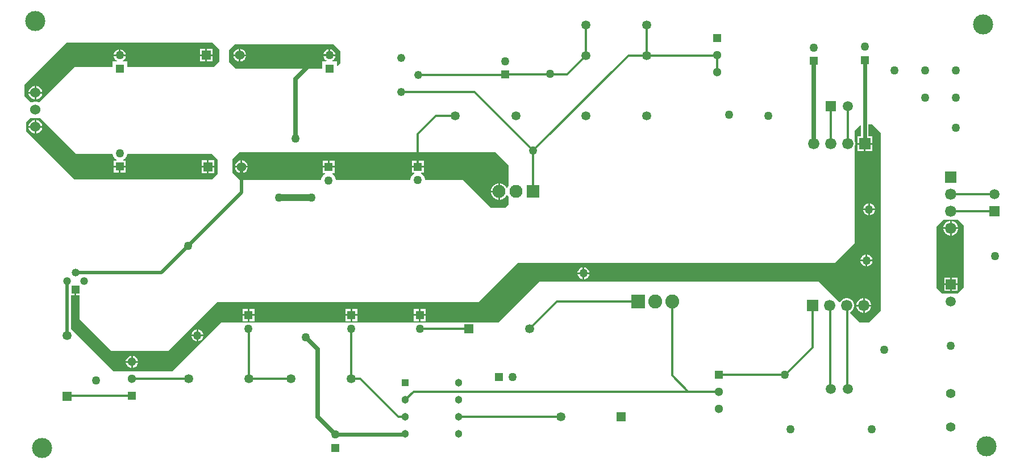
<source format=gbr>
%TF.GenerationSoftware,Altium Limited,Altium Designer,21.2.2 (38)*%
G04 Layer_Physical_Order=2*
G04 Layer_Color=16776960*
%FSLAX26Y26*%
%MOIN*%
%TF.SameCoordinates,77551777-079B-400F-9D4E-00EB0A9A3649*%
%TF.FilePolarity,Positive*%
%TF.FileFunction,Copper,L2,Bot,Signal*%
%TF.Part,Single*%
G01*
G75*
%TA.AperFunction,Conductor*%
%ADD11C,0.012000*%
%ADD12C,0.025000*%
%ADD13C,0.020000*%
%ADD14C,0.022000*%
%TA.AperFunction,ComponentPad*%
%ADD15R,0.050197X0.050197*%
%ADD16C,0.050197*%
%ADD17C,0.076181*%
%ADD18R,0.076181X0.076181*%
%ADD19R,0.051181X0.051181*%
%ADD20C,0.051181*%
%ADD21C,0.059055*%
%ADD22R,0.059055X0.059055*%
%ADD23R,0.055118X0.055118*%
%ADD24C,0.055118*%
%ADD25C,0.060000*%
%ADD26C,0.046535*%
%ADD27R,0.046535X0.046535*%
%ADD28C,0.053150*%
%ADD29R,0.053150X0.053150*%
%ADD30R,0.053150X0.053150*%
%ADD31R,0.050197X0.050197*%
%ADD32C,0.044606*%
%ADD33R,0.044606X0.044606*%
%ADD34C,0.066142*%
%ADD35R,0.066142X0.066142*%
%ADD36R,0.066142X0.066142*%
%ADD37R,0.059055X0.059055*%
%ADD38C,0.082087*%
%ADD39R,0.082087X0.082087*%
%ADD40C,0.048425*%
%TA.AperFunction,ViaPad*%
%ADD41C,0.050000*%
%ADD42C,0.118110*%
%TA.AperFunction,Conductor*%
%ADD43C,0.040000*%
G36*
X3970000Y4490000D02*
Y4420000D01*
X3952718Y4402718D01*
X3948098Y4404631D01*
Y4429358D01*
X3923463D01*
X3922124Y4434358D01*
X3926551Y4436914D01*
X3933086Y4443449D01*
X3937706Y4451453D01*
X3939997Y4460000D01*
X3905000D01*
X3870003D01*
X3872294Y4451453D01*
X3876914Y4443449D01*
X3883449Y4436914D01*
X3887876Y4434358D01*
X3886537Y4429358D01*
X3861902D01*
Y4386260D01*
X3353740D01*
X3315000Y4425000D01*
Y4495000D01*
X3350000Y4530000D01*
X3930000D01*
X3970000Y4490000D01*
D02*
G37*
G36*
X3260000Y4497891D02*
X3260000Y4430000D01*
X3225000Y4395000D01*
X2718098D01*
Y4428098D01*
X2693463D01*
X2692124Y4433098D01*
X2696551Y4435654D01*
X2703086Y4442189D01*
X2707706Y4450193D01*
X2709997Y4458740D01*
X2675000D01*
X2640003D01*
X2642294Y4450193D01*
X2646914Y4442189D01*
X2653449Y4435654D01*
X2657876Y4433098D01*
X2656537Y4428098D01*
X2631902D01*
Y4395000D01*
X2410000D01*
X2205000Y4190000D01*
X2197515D01*
X2186319Y4193000D01*
X2173681D01*
X2162485Y4190000D01*
X2150000D01*
X2115000Y4225000D01*
Y4290000D01*
X2362891Y4537891D01*
X3220000D01*
X3260000Y4497891D01*
D02*
G37*
G36*
X7140000Y4010000D02*
Y2965000D01*
X7070000Y2895000D01*
X7014434D01*
X6958814Y2950620D01*
Y2956128D01*
X6966446Y2960535D01*
X6974465Y2968554D01*
X6980136Y2978375D01*
X6983071Y2989330D01*
Y3000670D01*
X6980136Y3011625D01*
X6974465Y3021446D01*
X6966446Y3029465D01*
X6956625Y3035136D01*
X6945670Y3038071D01*
X6934330D01*
X6923375Y3035136D01*
X6913554Y3029465D01*
X6905535Y3021446D01*
X6901700Y3014805D01*
X6895508Y3013926D01*
X6774434Y3135000D01*
X5135000D01*
X4895000Y2895000D01*
X4759409D01*
Y2896575D01*
X4686260D01*
Y2895000D01*
X4439066D01*
X4438699Y2895098D01*
X4429457D01*
X4429090Y2895000D01*
X4037304D01*
X4036937Y2895098D01*
X4027696D01*
X4027328Y2895000D01*
X3434988D01*
X3434621Y2895098D01*
X3425379D01*
X3425012Y2895000D01*
X3270000D01*
X2985000Y2610000D01*
X2640000Y2610000D01*
X2390000Y2860000D01*
X2390000Y3056732D01*
X2410000D01*
Y3090000D01*
X2420000D01*
Y3056732D01*
X2440000D01*
X2440000Y2915000D01*
X2625000Y2730000D01*
X2960000D01*
X3245000Y3015000D01*
X4780000D01*
X5010000Y3245000D01*
X6870000D01*
X6985000Y3360000D01*
Y3928140D01*
X6985136Y3928375D01*
X6988071Y3939330D01*
Y3950670D01*
X6985136Y3961625D01*
X6985000Y3961860D01*
Y4020000D01*
X7018969Y4053969D01*
X7023589Y4052056D01*
Y3988071D01*
X7001929D01*
Y3950000D01*
X7045000D01*
X7088071D01*
Y3988071D01*
X7066411D01*
Y4060000D01*
X7090000D01*
X7140000Y4010000D01*
D02*
G37*
G36*
X2420000Y3885000D02*
X2631902D01*
Y3884326D01*
X2634839Y3873365D01*
X2640513Y3863537D01*
X2648537Y3855513D01*
X2655733Y3851358D01*
X2654393Y3846358D01*
X2639902D01*
Y3816260D01*
X2675000D01*
X2710098D01*
Y3846358D01*
X2695607D01*
X2694267Y3851358D01*
X2701463Y3855513D01*
X2709487Y3863537D01*
X2715161Y3873365D01*
X2718098Y3884326D01*
Y3885000D01*
X3215000Y3885000D01*
X3250000Y3850000D01*
X3250000Y3770000D01*
X3215000Y3735000D01*
X2410000Y3735000D01*
X2125000Y4020000D01*
Y4070000D01*
X2150000Y4095000D01*
X2210000D01*
X2420000Y3885000D01*
D02*
G37*
G36*
X4955000Y3820000D02*
Y3699239D01*
X4948268Y3687579D01*
X4944992Y3686956D01*
X4942706Y3687212D01*
X4938482Y3694528D01*
X4929528Y3703482D01*
X4918562Y3709813D01*
X4906331Y3713090D01*
X4905000D01*
Y3665000D01*
Y3616910D01*
X4906331D01*
X4918562Y3620187D01*
X4929528Y3626518D01*
X4938482Y3635472D01*
X4942706Y3642788D01*
X4944992Y3643044D01*
X4948268Y3642421D01*
X4955000Y3630761D01*
Y3590000D01*
X4935000Y3570000D01*
X4850000D01*
X4688813Y3731187D01*
X4465399D01*
Y3736861D01*
X4462462Y3747823D01*
X4456788Y3757650D01*
X4448763Y3765675D01*
X4441568Y3769829D01*
X4442908Y3774829D01*
X4457399D01*
Y3804927D01*
X4422301D01*
X4387202D01*
Y3774829D01*
X4401693D01*
X4403033Y3769829D01*
X4395837Y3765675D01*
X4387813Y3757650D01*
X4382139Y3747823D01*
X4379202Y3736861D01*
Y3731187D01*
X3943098D01*
Y3735674D01*
X3940161Y3746635D01*
X3934487Y3756463D01*
X3926463Y3764487D01*
X3919267Y3768642D01*
X3920607Y3773642D01*
X3935098D01*
Y3803740D01*
X3900000D01*
X3864902D01*
Y3773642D01*
X3879393D01*
X3880733Y3768642D01*
X3873537Y3764487D01*
X3865513Y3756463D01*
X3859839Y3746635D01*
X3856902Y3735674D01*
Y3731187D01*
X3378813D01*
X3335000Y3775000D01*
Y3855000D01*
X3375000Y3895000D01*
X4880000D01*
X4955000Y3820000D01*
D02*
G37*
G36*
X7625000Y3465000D02*
Y3100000D01*
X7590000Y3065000D01*
X7500000D01*
X7465000Y3100000D01*
Y3390000D01*
Y3460000D01*
X7505000Y3500000D01*
X7590000D01*
X7625000Y3465000D01*
D02*
G37*
%LPC*%
G36*
X3910000Y4499997D02*
Y4470000D01*
X3939997D01*
X3937706Y4478547D01*
X3933086Y4486551D01*
X3926551Y4493086D01*
X3918548Y4497707D01*
X3910000Y4499997D01*
D02*
G37*
G36*
X3383425Y4502544D02*
Y4470000D01*
X3415969D01*
X3413425Y4479497D01*
X3408480Y4488062D01*
X3401487Y4495055D01*
X3392922Y4499999D01*
X3383425Y4502544D01*
D02*
G37*
G36*
X3373425D02*
X3363928Y4499999D01*
X3355363Y4495055D01*
X3348370Y4488062D01*
X3343426Y4479497D01*
X3340881Y4470000D01*
X3373425D01*
Y4502544D01*
D02*
G37*
G36*
X3900000Y4499997D02*
X3891452Y4497707D01*
X3883449Y4493086D01*
X3876914Y4486551D01*
X3872294Y4478547D01*
X3870003Y4470000D01*
X3900000D01*
Y4499997D01*
D02*
G37*
G36*
X3415969Y4460000D02*
X3383425D01*
Y4427456D01*
X3392922Y4430001D01*
X3401487Y4434945D01*
X3408480Y4441938D01*
X3413425Y4450503D01*
X3415969Y4460000D01*
D02*
G37*
G36*
X3373425D02*
X3340881D01*
X3343426Y4450503D01*
X3348370Y4441938D01*
X3355363Y4434945D01*
X3363928Y4430001D01*
X3373425Y4427456D01*
Y4460000D01*
D02*
G37*
G36*
X3219134Y4502559D02*
X3186575D01*
Y4470000D01*
X3219134D01*
Y4502559D01*
D02*
G37*
G36*
X3176575D02*
X3144016D01*
Y4470000D01*
X3176575D01*
Y4502559D01*
D02*
G37*
G36*
X2680000Y4498737D02*
Y4468740D01*
X2709997D01*
X2707706Y4477288D01*
X2703086Y4485291D01*
X2696551Y4491826D01*
X2688548Y4496447D01*
X2680000Y4498737D01*
D02*
G37*
G36*
X2670000Y4498737D02*
X2661452Y4496447D01*
X2653449Y4491826D01*
X2646914Y4485291D01*
X2642294Y4477288D01*
X2640003Y4468740D01*
X2670000D01*
Y4498737D01*
D02*
G37*
G36*
X3219134Y4460000D02*
X3186575D01*
Y4427441D01*
X3219134D01*
Y4460000D01*
D02*
G37*
G36*
X3176575D02*
X3144016D01*
Y4427441D01*
X3176575D01*
Y4460000D01*
D02*
G37*
G36*
X2185266Y4285000D02*
X2185000D01*
Y4250000D01*
X2220000D01*
Y4250266D01*
X2217274Y4260439D01*
X2212008Y4269561D01*
X2204561Y4277008D01*
X2195439Y4282274D01*
X2185266Y4285000D01*
D02*
G37*
G36*
X2175000D02*
X2174734D01*
X2164561Y4282274D01*
X2155439Y4277008D01*
X2147992Y4269561D01*
X2142726Y4260439D01*
X2140000Y4250266D01*
Y4250000D01*
X2175000D01*
Y4285000D01*
D02*
G37*
G36*
X2220000Y4240000D02*
X2185000D01*
Y4205000D01*
X2185266D01*
X2195439Y4207726D01*
X2204561Y4212992D01*
X2212008Y4220439D01*
X2217274Y4229561D01*
X2220000Y4239734D01*
Y4240000D01*
D02*
G37*
G36*
X2175000D02*
X2140000D01*
Y4239734D01*
X2142726Y4229561D01*
X2147992Y4220439D01*
X2155439Y4212992D01*
X2164561Y4207726D01*
X2174734Y4205000D01*
X2175000D01*
Y4240000D01*
D02*
G37*
G36*
X7088071Y3940000D02*
X7050000D01*
Y3901929D01*
X7088071D01*
Y3940000D01*
D02*
G37*
G36*
X7040000D02*
X7001929D01*
Y3901929D01*
X7040000D01*
Y3940000D01*
D02*
G37*
G36*
X7075000Y3594895D02*
Y3565000D01*
X7104895D01*
X7102615Y3573510D01*
X7098007Y3581490D01*
X7091490Y3588007D01*
X7083510Y3592615D01*
X7075000Y3594895D01*
D02*
G37*
G36*
X7065000D02*
X7056490Y3592615D01*
X7048510Y3588007D01*
X7041993Y3581490D01*
X7037385Y3573510D01*
X7035105Y3565000D01*
X7065000D01*
Y3594895D01*
D02*
G37*
G36*
X7104895Y3555000D02*
X7075000D01*
Y3525105D01*
X7083510Y3527385D01*
X7091490Y3531993D01*
X7098007Y3538510D01*
X7102615Y3546490D01*
X7104895Y3555000D01*
D02*
G37*
G36*
X7065000D02*
X7035105D01*
X7037385Y3546490D01*
X7041993Y3538510D01*
X7048510Y3531993D01*
X7056490Y3527385D01*
X7065000Y3525105D01*
Y3555000D01*
D02*
G37*
G36*
X7060000Y3294895D02*
Y3265000D01*
X7089895D01*
X7087615Y3273510D01*
X7083007Y3281490D01*
X7076490Y3288007D01*
X7068510Y3292615D01*
X7060000Y3294895D01*
D02*
G37*
G36*
X7050000D02*
X7041490Y3292615D01*
X7033510Y3288007D01*
X7026993Y3281490D01*
X7022385Y3273510D01*
X7020105Y3265000D01*
X7050000D01*
Y3294895D01*
D02*
G37*
G36*
X7089895Y3255000D02*
X7060000D01*
Y3225105D01*
X7068510Y3227385D01*
X7076490Y3231993D01*
X7083007Y3238510D01*
X7087615Y3246490D01*
X7089895Y3255000D01*
D02*
G37*
G36*
X7050000D02*
X7020105D01*
X7022385Y3246490D01*
X7026993Y3238510D01*
X7033510Y3231993D01*
X7041490Y3227385D01*
X7050000Y3225105D01*
Y3255000D01*
D02*
G37*
G36*
X5400000Y3219895D02*
Y3190000D01*
X5429895D01*
X5427615Y3198510D01*
X5423007Y3206490D01*
X5416490Y3213007D01*
X5408510Y3217615D01*
X5400000Y3219895D01*
D02*
G37*
G36*
X5390000D02*
X5381490Y3217615D01*
X5373510Y3213007D01*
X5366993Y3206490D01*
X5362385Y3198510D01*
X5360105Y3190000D01*
X5390000D01*
Y3219895D01*
D02*
G37*
G36*
X5429895Y3180000D02*
X5400000D01*
Y3150105D01*
X5408510Y3152385D01*
X5416490Y3156993D01*
X5423007Y3163510D01*
X5427615Y3171490D01*
X5429895Y3180000D01*
D02*
G37*
G36*
X5390000D02*
X5360105D01*
X5362385Y3171490D01*
X5366993Y3163510D01*
X5373510Y3156993D01*
X5381490Y3152385D01*
X5390000Y3150105D01*
Y3180000D01*
D02*
G37*
G36*
X7045670Y3038071D02*
X7045000D01*
Y3000000D01*
X7083071D01*
Y3000670D01*
X7080136Y3011625D01*
X7074465Y3021446D01*
X7066446Y3029465D01*
X7056625Y3035136D01*
X7045670Y3038071D01*
D02*
G37*
G36*
X7035000D02*
X7034330D01*
X7023375Y3035136D01*
X7013554Y3029465D01*
X7005535Y3021446D01*
X6999864Y3011625D01*
X6996929Y3000670D01*
Y3000000D01*
X7035000D01*
Y3038071D01*
D02*
G37*
G36*
X7083071Y2990000D02*
X7045000D01*
Y2951929D01*
X7045670D01*
X7056625Y2954864D01*
X7066446Y2960535D01*
X7074465Y2968554D01*
X7080136Y2978375D01*
X7083071Y2989330D01*
Y2990000D01*
D02*
G37*
G36*
X7035000D02*
X6996929D01*
Y2989330D01*
X6999864Y2978375D01*
X7005535Y2968554D01*
X7013554Y2960535D01*
X7023375Y2954864D01*
X7034330Y2951929D01*
X7035000D01*
Y2990000D01*
D02*
G37*
G36*
X4469176Y2973839D02*
X4439078D01*
Y2943740D01*
X4469176D01*
Y2973839D01*
D02*
G37*
G36*
X4067415D02*
X4037316D01*
Y2943740D01*
X4067415D01*
Y2973839D01*
D02*
G37*
G36*
X3465098D02*
X3435000D01*
Y2943740D01*
X3465098D01*
Y2973839D01*
D02*
G37*
G36*
X4429078D02*
X4398980D01*
Y2943740D01*
X4429078D01*
Y2973839D01*
D02*
G37*
G36*
X4027316D02*
X3997218D01*
Y2943740D01*
X4027316D01*
Y2973839D01*
D02*
G37*
G36*
X3425000D02*
X3394902D01*
Y2943740D01*
X3425000D01*
Y2973839D01*
D02*
G37*
G36*
X4469176Y2933740D02*
X4439078D01*
Y2903642D01*
X4469176D01*
Y2933740D01*
D02*
G37*
G36*
X4429078D02*
X4398980D01*
Y2903642D01*
X4429078D01*
Y2933740D01*
D02*
G37*
G36*
X4067415D02*
X4037316D01*
Y2903642D01*
X4067415D01*
Y2933740D01*
D02*
G37*
G36*
X4027316D02*
X3997218D01*
Y2903642D01*
X4027316D01*
Y2933740D01*
D02*
G37*
G36*
X3465098D02*
X3435000D01*
Y2903642D01*
X3465098D01*
Y2933740D01*
D02*
G37*
G36*
X3425000D02*
X3394902D01*
Y2903642D01*
X3425000D01*
Y2933740D01*
D02*
G37*
G36*
X3135000Y2854895D02*
Y2825000D01*
X3164895D01*
X3162615Y2833510D01*
X3158007Y2841490D01*
X3151490Y2848007D01*
X3143510Y2852615D01*
X3135000Y2854895D01*
D02*
G37*
G36*
X3125000D02*
X3116490Y2852615D01*
X3108510Y2848007D01*
X3101993Y2841490D01*
X3097385Y2833510D01*
X3095105Y2825000D01*
X3125000D01*
Y2854895D01*
D02*
G37*
G36*
X3164895Y2815000D02*
X3135000D01*
Y2785105D01*
X3143510Y2787385D01*
X3151490Y2791993D01*
X3158007Y2798510D01*
X3162615Y2806490D01*
X3164895Y2815000D01*
D02*
G37*
G36*
X3125000D02*
X3095105D01*
X3097385Y2806490D01*
X3101993Y2798510D01*
X3108510Y2791993D01*
X3116490Y2787385D01*
X3125000Y2785105D01*
Y2815000D01*
D02*
G37*
G36*
X2750514Y2699623D02*
Y2669117D01*
X2781020D01*
X2778679Y2677854D01*
X2773994Y2685970D01*
X2767367Y2692597D01*
X2759251Y2697282D01*
X2750514Y2699623D01*
D02*
G37*
G36*
X2740514D02*
X2731777Y2697282D01*
X2723661Y2692597D01*
X2717035Y2685970D01*
X2712349Y2677854D01*
X2710008Y2669117D01*
X2740514D01*
Y2699623D01*
D02*
G37*
G36*
X2781020Y2659117D02*
X2750514D01*
Y2628611D01*
X2759251Y2630952D01*
X2767367Y2635637D01*
X2773994Y2642264D01*
X2778679Y2650380D01*
X2781020Y2659117D01*
D02*
G37*
G36*
X2740514D02*
X2710008D01*
X2712349Y2650380D01*
X2717035Y2642264D01*
X2723661Y2635637D01*
X2731777Y2630952D01*
X2740514Y2628611D01*
Y2659117D01*
D02*
G37*
G36*
X2185266Y4085000D02*
X2185000D01*
Y4050000D01*
X2220000D01*
Y4050266D01*
X2217274Y4060439D01*
X2212008Y4069561D01*
X2204561Y4077008D01*
X2195439Y4082274D01*
X2185266Y4085000D01*
D02*
G37*
G36*
X2175000D02*
X2174734D01*
X2164561Y4082274D01*
X2155439Y4077008D01*
X2147992Y4069561D01*
X2142726Y4060439D01*
X2140000Y4050266D01*
Y4050000D01*
X2175000D01*
Y4085000D01*
D02*
G37*
G36*
X2220000Y4040000D02*
X2185000D01*
Y4005000D01*
X2185266D01*
X2195439Y4007726D01*
X2204561Y4012992D01*
X2212008Y4020439D01*
X2217274Y4029561D01*
X2220000Y4039734D01*
Y4040000D01*
D02*
G37*
G36*
X2175000D02*
X2140000D01*
Y4039734D01*
X2142726Y4029561D01*
X2147992Y4020439D01*
X2155439Y4012992D01*
X2164561Y4007726D01*
X2174734Y4005000D01*
X2175000D01*
Y4040000D01*
D02*
G37*
G36*
X3229134Y3847559D02*
X3196575D01*
Y3815000D01*
X3229134D01*
Y3847559D01*
D02*
G37*
G36*
X3186575D02*
X3154016D01*
Y3815000D01*
X3186575D01*
Y3847559D01*
D02*
G37*
G36*
X2710098Y3806260D02*
X2680000D01*
Y3776161D01*
X2710098D01*
Y3806260D01*
D02*
G37*
G36*
X2670000D02*
X2639902D01*
Y3776161D01*
X2670000D01*
Y3806260D01*
D02*
G37*
G36*
X3229134Y3805000D02*
X3196575D01*
Y3772441D01*
X3229134D01*
Y3805000D01*
D02*
G37*
G36*
X3186575D02*
X3154016D01*
Y3772441D01*
X3186575D01*
Y3805000D01*
D02*
G37*
G36*
X3393425Y3847544D02*
Y3815000D01*
X3425969D01*
X3423425Y3824497D01*
X3418480Y3833062D01*
X3411487Y3840055D01*
X3402922Y3844999D01*
X3393425Y3847544D01*
D02*
G37*
G36*
X3383425D02*
X3373928Y3844999D01*
X3365363Y3840055D01*
X3358370Y3833062D01*
X3353426Y3824497D01*
X3350881Y3815000D01*
X3383425D01*
Y3847544D01*
D02*
G37*
G36*
X4457399Y3845026D02*
X4427301D01*
Y3814927D01*
X4457399D01*
Y3845026D01*
D02*
G37*
G36*
X4417301D02*
X4387202D01*
Y3814927D01*
X4417301D01*
Y3845026D01*
D02*
G37*
G36*
X3935098Y3843839D02*
X3905000D01*
Y3813740D01*
X3935098D01*
Y3843839D01*
D02*
G37*
G36*
X3895000D02*
X3864902D01*
Y3813740D01*
X3895000D01*
Y3843839D01*
D02*
G37*
G36*
X3425969Y3805000D02*
X3393425D01*
Y3772456D01*
X3402922Y3775001D01*
X3411487Y3779945D01*
X3418480Y3786938D01*
X3423425Y3795503D01*
X3425969Y3805000D01*
D02*
G37*
G36*
X3383425D02*
X3350881D01*
X3353426Y3795503D01*
X3358370Y3786938D01*
X3365363Y3779945D01*
X3373928Y3775001D01*
X3383425Y3772456D01*
Y3805000D01*
D02*
G37*
G36*
X4895000Y3713090D02*
X4893669D01*
X4881438Y3709813D01*
X4870472Y3703482D01*
X4861518Y3694528D01*
X4855187Y3683562D01*
X4851909Y3671331D01*
Y3670000D01*
X4895000D01*
Y3713090D01*
D02*
G37*
G36*
Y3660000D02*
X4851909D01*
Y3658669D01*
X4855187Y3646438D01*
X4861518Y3635472D01*
X4870472Y3626518D01*
X4881438Y3620187D01*
X4893669Y3616910D01*
X4895000D01*
Y3660000D01*
D02*
G37*
G36*
X7555670Y3493071D02*
X7555000D01*
Y3455000D01*
X7593071D01*
Y3455670D01*
X7590136Y3466625D01*
X7584465Y3476446D01*
X7576446Y3484465D01*
X7566625Y3490136D01*
X7555670Y3493071D01*
D02*
G37*
G36*
X7545000D02*
X7544330D01*
X7533375Y3490136D01*
X7523554Y3484465D01*
X7515535Y3476446D01*
X7509864Y3466625D01*
X7506929Y3455670D01*
Y3455000D01*
X7545000D01*
Y3493071D01*
D02*
G37*
G36*
X7593071Y3445000D02*
X7555000D01*
Y3406929D01*
X7555670D01*
X7566625Y3409864D01*
X7576446Y3415535D01*
X7584465Y3423554D01*
X7590136Y3433375D01*
X7593071Y3444330D01*
Y3445000D01*
D02*
G37*
G36*
X7545000D02*
X7506929D01*
Y3444330D01*
X7509864Y3433375D01*
X7515535Y3423554D01*
X7523554Y3415535D01*
X7533375Y3409864D01*
X7544330Y3406929D01*
X7545000D01*
Y3445000D01*
D02*
G37*
G36*
X7589528Y3159528D02*
X7555000D01*
Y3125000D01*
X7589528D01*
Y3159528D01*
D02*
G37*
G36*
X7545000D02*
X7510472D01*
Y3125000D01*
X7545000D01*
Y3159528D01*
D02*
G37*
G36*
X7589528Y3115000D02*
X7555000D01*
Y3080472D01*
X7589528D01*
Y3115000D01*
D02*
G37*
G36*
X7545000D02*
X7510472D01*
Y3080472D01*
X7545000D01*
Y3115000D01*
D02*
G37*
%LPD*%
D11*
X6842500Y2507500D02*
Y2992500D01*
X6010000Y2490000D02*
X6190000D01*
X5915000Y2585000D02*
X6010000Y2490000D01*
X5915000Y2585000D02*
Y3020000D01*
X4398683Y2490000D02*
X6010000D01*
X5237165Y3020000D02*
X5715000D01*
X5077165Y2860000D02*
X5237165Y3020000D01*
X6192082Y2587918D02*
X6577918D01*
X6190000Y2590000D02*
X6192082Y2587918D01*
X6740000Y2750000D02*
Y2995000D01*
X6577918Y2587918D02*
X6740000Y2750000D01*
X6842500Y2507500D02*
X6845000Y2505000D01*
X6840000Y2995000D02*
X6842500Y2992500D01*
X6942500Y2507500D02*
Y2992500D01*
X6940000Y2995000D02*
X6942500Y2992500D01*
Y2507500D02*
X6945000Y2505000D01*
Y3945000D02*
Y4165000D01*
X6845000Y3945000D02*
Y4165000D01*
X7550000Y3550000D02*
X7805000D01*
X7550000Y3650000D02*
X7805000D01*
X4349433Y2440750D02*
X4398683Y2490000D01*
X3845000Y4465000D02*
X3905000D01*
X3940000Y2239113D02*
X3940641Y2239754D01*
X3939646Y2238759D02*
X3940000Y2239113D01*
X4348437Y2239754D02*
X4349433Y2240750D01*
X2365000Y2462835D02*
X2366282Y2464117D01*
X2745514D01*
X4950769Y2341017D02*
X5261149D01*
X5261725Y2341592D01*
X4950534Y2340782D02*
X4950769Y2341017D01*
X4661985Y2340782D02*
X4950534D01*
X4661952Y2340750D02*
X4661985Y2340782D01*
X5615000Y2342648D02*
X5616056Y2341592D01*
X4434078Y2860000D02*
X4722835D01*
X3431083Y2566083D02*
Y2858917D01*
X3430000Y2860000D02*
X3431083Y2858917D01*
Y2566083D02*
X3432165Y2565000D01*
X4032241Y2565075D02*
Y2859925D01*
X4032165Y2565000D02*
X4032241Y2565075D01*
Y2859925D02*
X4032316Y2860000D01*
X4309250Y2340750D02*
X4349433D01*
X4085000Y2565000D02*
X4309250Y2340750D01*
X4032165Y2565000D02*
X4085000D01*
X3432165D02*
X3677835D01*
X2745956Y2564559D02*
X3077393D01*
X3077835Y2565000D01*
X2745514Y2564117D02*
X2745956Y2564559D01*
X5657165Y4462165D02*
X5765000D01*
X4754803Y4250197D02*
X5100000Y3905000D01*
X5657165Y4462165D01*
X5100000Y3665000D02*
Y3905000D01*
X4325000Y4250197D02*
X4754803D01*
X6180000Y4365000D02*
Y4465000D01*
X5766417Y4463583D02*
X6178583D01*
X5765000Y4462165D02*
X5766417Y4463583D01*
X6178583D02*
X6180000Y4465000D01*
X5764393Y4462772D02*
X5765000Y4462165D01*
X5763786Y4640578D02*
X5764393Y4639971D01*
Y4462772D02*
Y4639971D01*
X5408782Y4462839D02*
Y4639905D01*
X5409455Y4640578D01*
X5408108Y4462165D02*
X5408782Y4462839D01*
X4935549Y4351451D02*
X5297394D01*
X5408108Y4462165D01*
X4934216Y4350118D02*
X4935549Y4351451D01*
X4424803Y4350118D02*
X4934216D01*
X4998583Y3666417D02*
X5000000Y3665000D01*
X4998248Y4108917D02*
X4998583Y4108583D01*
X4997165Y4110000D02*
X4998248Y4108917D01*
X5407025D02*
X5408108Y4107835D01*
X4422300Y3809927D02*
Y4002300D01*
X4530000Y4110000D01*
X4642835D01*
D12*
X3765000Y2810000D02*
X3835000Y2740000D01*
Y2343405D02*
X3939646Y2238759D01*
X3835000Y2343405D02*
Y2740000D01*
X3705000Y3975000D02*
Y4325000D01*
X3845000Y4465000D01*
X6745000Y3945000D02*
Y4431260D01*
D13*
X3388425Y3658425D02*
Y3810000D01*
X2920000Y3190000D02*
X3388425Y3658425D01*
X2415000Y3190000D02*
X2920000D01*
X2365000Y2817165D02*
Y3140000D01*
D14*
X7045000Y3945000D02*
Y4435000D01*
X3940641Y2239754D02*
X4348437D01*
D15*
X6745000Y4431260D02*
D03*
X7045000Y4435000D02*
D03*
X3900000Y3808740D02*
D03*
X3905000Y4386260D02*
D03*
X2675000Y4385000D02*
D03*
Y3811260D02*
D03*
X3430000Y2938740D02*
D03*
X4434078D02*
D03*
X4422300Y3809927D02*
D03*
X4032316Y2938740D02*
D03*
X3939646Y2160019D02*
D03*
X4935549Y4351451D02*
D03*
D16*
X6745000Y4510000D02*
D03*
X7045000Y4513740D02*
D03*
X4935549Y4430191D02*
D03*
X3900000Y3730000D02*
D03*
X3905000Y4465000D02*
D03*
X2675000Y4463740D02*
D03*
Y3890000D02*
D03*
X3430000Y2860000D02*
D03*
X4434078D02*
D03*
X4422300Y3731187D02*
D03*
X4978740Y2573822D02*
D03*
X4032316Y2860000D02*
D03*
X3939646Y2238759D02*
D03*
D17*
X4900000Y3665000D02*
D03*
X5000000D02*
D03*
D18*
X5100000D02*
D03*
D19*
X6190000Y2590000D02*
D03*
X2745514Y2464117D02*
D03*
X6180000Y4565000D02*
D03*
D20*
X6190000Y2490000D02*
D03*
Y2390000D02*
D03*
X2745514Y2664117D02*
D03*
Y2564117D02*
D03*
X6180000Y4365000D02*
D03*
Y4465000D02*
D03*
D21*
X7550000Y3020000D02*
D03*
X6945000Y4165000D02*
D03*
Y2505000D02*
D03*
X6845000D02*
D03*
X7805000Y3650000D02*
D03*
D22*
X7550000Y3120000D02*
D03*
X7805000Y3550000D02*
D03*
D23*
X3181575Y4465000D02*
D03*
X3191575Y3810000D02*
D03*
D24*
X3378425Y4465000D02*
D03*
X3388425Y3810000D02*
D03*
X7550000Y2478425D02*
D03*
Y2281575D02*
D03*
D25*
X2180000Y4245000D02*
D03*
Y4145000D02*
D03*
Y4045000D02*
D03*
D26*
X2365000Y3140000D02*
D03*
X2415000Y3190000D02*
D03*
X2465000Y3140000D02*
D03*
D27*
X2415000Y3090000D02*
D03*
D28*
X2365000Y2817165D02*
D03*
X3677835Y2565000D02*
D03*
X4032165D02*
D03*
X5077165Y2860000D02*
D03*
X4997165Y4110000D02*
D03*
X4642835D02*
D03*
X5261725Y2341592D02*
D03*
X3077835Y2565000D02*
D03*
X3432165D02*
D03*
X5765000Y4107835D02*
D03*
Y4462165D02*
D03*
X5763786Y4640578D02*
D03*
X5409455D02*
D03*
X5408108Y4462165D02*
D03*
Y4107835D02*
D03*
D29*
X2365000Y2462835D02*
D03*
D30*
X4722835Y2860000D02*
D03*
X5616056Y2341592D02*
D03*
D31*
X4900000Y2573822D02*
D03*
D32*
X4661952Y2540750D02*
D03*
Y2440750D02*
D03*
Y2340750D02*
D03*
Y2240750D02*
D03*
X4349433D02*
D03*
Y2340750D02*
D03*
Y2440750D02*
D03*
D33*
Y2540750D02*
D03*
D34*
X7040000Y2995000D02*
D03*
X6940000D02*
D03*
X6840000D02*
D03*
X7550000Y3650000D02*
D03*
Y3550000D02*
D03*
Y3450000D02*
D03*
X6745000Y3945000D02*
D03*
X6845000D02*
D03*
X6945000D02*
D03*
D35*
X6740000Y2995000D02*
D03*
X7045000Y3945000D02*
D03*
D36*
X7550000Y3750000D02*
D03*
D37*
X6845000Y4165000D02*
D03*
D38*
X5915000Y3020000D02*
D03*
X5815000D02*
D03*
D39*
X5715000D02*
D03*
D40*
X4325000Y4250197D02*
D03*
X4424803Y4350118D02*
D03*
X4325000Y4450000D02*
D03*
D41*
X5395000Y3185000D02*
D03*
X7055000Y3260000D02*
D03*
X5100000Y3905000D02*
D03*
X5200000Y4355000D02*
D03*
X2535000Y2555000D02*
D03*
X3075000Y3345000D02*
D03*
X3130000Y2820000D02*
D03*
X6480000Y4110000D02*
D03*
X6250000Y4115000D02*
D03*
X7070000Y3560000D02*
D03*
X6610000Y2270000D02*
D03*
X7085000D02*
D03*
X7550000Y2760000D02*
D03*
X7220000Y4375000D02*
D03*
X7400000Y4215000D02*
D03*
Y4375000D02*
D03*
X7580000D02*
D03*
Y4215000D02*
D03*
X7810000Y3285000D02*
D03*
X7160000Y2735000D02*
D03*
X6575000Y2590000D02*
D03*
X7580000Y4040000D02*
D03*
X3610000Y3630000D02*
D03*
X3800000D02*
D03*
X3705000Y3975000D02*
D03*
X3765000Y2810000D02*
D03*
D42*
X7740000Y4645000D02*
D03*
X7760000Y2170000D02*
D03*
X2220000Y2160000D02*
D03*
X2180000Y4665000D02*
D03*
D43*
X3610000Y3630000D02*
X3800000D01*
%TF.MD5,b95497add2efc54517b71b57ced69b46*%
M02*

</source>
